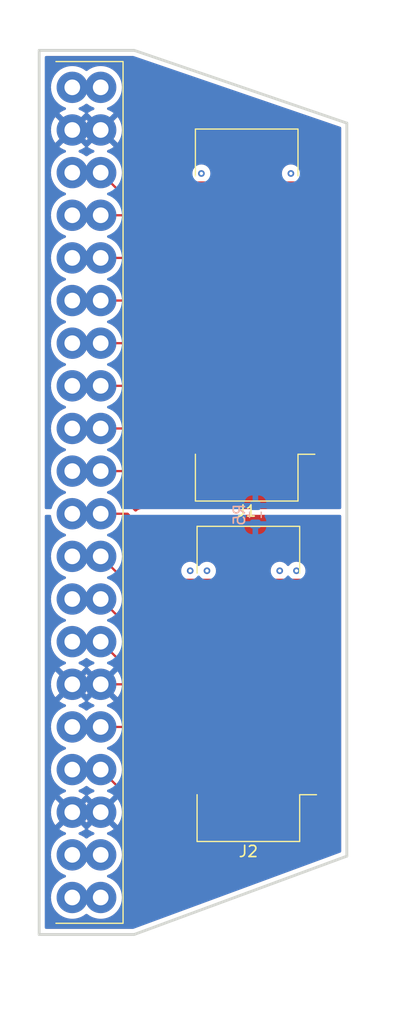
<source format=kicad_pcb>
(kicad_pcb (version 20240108) (generator "pcbnew") (generator_version "8.0")
  (layers (0 "F.Cu" signal) (31 "B.Cu" signal) (34 "B.Paste" user) (35 "F.Paste" user) (36 "B.SilkS" user "B.Silkscreen") (37 "F.SilkS" user "F.Silkscreen") (38 "B.Mask" user) (39 "F.Mask" user) (44 "Edge.Cuts" user))
  (net 0 "")
  (net 1 "DIO13")
  (net 2 "DIO1")
  (net 3 "DIO4")
  (net 4 "DIO2")
  (net 5 "DIO10")
  (net 6 "DIO7")
  (net 7 "DIO0")
  (net 8 "DIO14")
  (net 9 "DIO6")
  (net 10 "DIO3")
  (net 11 "+5V")
  (net 12 "DIO11")
  (net 13 "GNDD")
  (net 14 "DIO9")
  (net 15 "DIO15")
  (net 16 "DIO8")
  (net 17 "DIO12")
  (net 18 "DIO5")
  (net 19 "GNDA")
  (net 20 "Res2")
  (net 21 "AI1+")
  (net 22 "Res1")
  (net 23 "AI0-")
  (net 24 "Res0")
  (net 25 "AI0+")
  (net 26 "AO0")
  (net 27 "Res3")
  (net 28 "AO1")
  (net 29 "AI1-")
  (footprint "Connector_IDC:IDC-Header_2x10_P2.54mm_Vertical_SMD" (layer "F.Cu") (at 103.55 58.65 180)
    (property "Reference" "J1" (at 0 -17.51 180) (layer "F.SilkS"))
    (property "Value" "Conn_02x10_Odd_Even")
    (fp_line (start 4.585 16.62) (end 4.585 12.44) (stroke (width 0.12)) (layer "F.SilkS"))
    (fp_line (start 4.585 -16.62) (end 4.585 -12.44) (stroke (width 0.12)) (layer "F.SilkS"))
    (fp_line (start -4.585 16.62) (end 4.585 16.62) (stroke (width 0.12)) (layer "F.SilkS"))
    (fp_line (start -4.585 12.44) (end -4.585 16.62) (stroke (width 0.12)) (layer "F.SilkS"))
    (fp_line (start -4.585 -12.44) (end -4.585 -16.62) (stroke (width 0.12)) (layer "F.SilkS"))
    (fp_line (start -4.585 -12.44) (end -6.085 -12.44) (stroke (width 0.12)) (layer "F.SilkS"))
    (fp_line (start -4.585 -16.62) (end 4.585 -16.62) (stroke (width 0.12)) (layer "F.SilkS"))
    (pad "1" smd roundrect (at -3.8 -11.43 180) (size 5 1.02) (layers "F.Cu" "F.Paste" "F.Mask") (net 11 "+5V"))
    (pad "2" smd roundrect (at 3.8 -11.43 180) (size 5 1.02) (layers "F.Cu" "F.Paste" "F.Mask") (net 11 "+5V"))
    (pad "3" smd roundrect (at -3.8 -8.89 180) (size 5 1.02) (layers "F.Cu" "F.Paste" "F.Mask") (net 7 "DIO0"))
    (pad "4" smd roundrect (at 3.8 -8.89 180) (size 5 1.02) (layers "F.Cu" "F.Paste" "F.Mask") (net 16 "DIO8"))
    (pad "5" smd roundrect (at -3.8 -6.35 180) (size 5 1.02) (layers "F.Cu" "F.Paste" "F.Mask") (net 2 "DIO1"))
    (pad "6" smd roundrect (at 3.8 -6.35 180) (size 5 1.02) (layers "F.Cu" "F.Paste" "F.Mask") (net 14 "DIO9"))
    (pad "7" smd roundrect (at -3.8 -3.81 180) (size 5 1.02) (layers "F.Cu" "F.Paste" "F.Mask") (net 4 "DIO2"))
    (pad "8" smd roundrect (at 3.8 -3.81 180) (size 5 1.02) (layers "F.Cu" "F.Paste" "F.Mask") (net 5 "DIO10"))
    (pad "9" smd roundrect (at -3.8 -1.27 180) (size 5 1.02) (layers "F.Cu" "F.Paste" "F.Mask") (net 10 "DIO3"))
    (pad "10" smd roundrect (at 3.8 -1.27 180) (size 5 1.02) (layers "F.Cu" "F.Paste" "F.Mask") (net 12 "DIO11"))
    (pad "11" smd roundrect (at -3.8 1.27 180) (size 5 1.02) (layers "F.Cu" "F.Paste" "F.Mask") (net 3 "DIO4"))
    (pad "12" smd roundrect (at 3.8 1.27 180) (size 5 1.02) (layers "F.Cu" "F.Paste" "F.Mask") (net 17 "DIO12"))
    (pad "13" smd roundrect (at -3.8 3.81 180) (size 5 1.02) (layers "F.Cu" "F.Paste" "F.Mask") (net 18 "DIO5"))
    (pad "14" smd roundrect (at 3.8 3.81 180) (size 5 1.02) (layers "F.Cu" "F.Paste" "F.Mask") (net 1 "DIO13"))
    (pad "15" smd roundrect (at -3.8 6.35 180) (size 5 1.02) (layers "F.Cu" "F.Paste" "F.Mask") (net 9 "DIO6"))
    (pad "16" smd roundrect (at 3.8 6.35 180) (size 5 1.02) (layers "F.Cu" "F.Paste" "F.Mask") (net 8 "DIO14"))
    (pad "17" smd roundrect (at -3.8 8.89 180) (size 5 1.02) (layers "F.Cu" "F.Paste" "F.Mask") (net 6 "DIO7"))
    (pad "18" smd roundrect (at 3.8 8.89 180) (size 5 1.02) (layers "F.Cu" "F.Paste" "F.Mask") (net 15 "DIO15"))
    (pad "19" smd roundrect (at -3.8 11.43 180) (size 5 1.02) (layers "F.Cu" "F.Paste" "F.Mask") (net 13 "GNDD"))
    (pad "20" smd roundrect (at 3.8 11.43 180) (size 5 1.02) (layers "F.Cu" "F.Paste" "F.Mask") (net 13 "GNDD"))
  )
  (footprint "Connector_IDC:IDC-Header_2x08_P2.54mm_Vertical_SMD" (layer "F.Cu") (at 103.7 91.61 180)
    (property "Reference" "J2" (at 0 -14.97 180) (layer "F.SilkS"))
    (property "Value" "Conn_02x08_Odd_Even")
    (fp_line (start 4.585 14.08) (end 4.585 9.9) (stroke (width 0.12)) (layer "F.SilkS"))
    (fp_line (start 4.585 -14.08) (end 4.585 -9.9) (stroke (width 0.12)) (layer "F.SilkS"))
    (fp_line (start -4.585 14.08) (end 4.585 14.08) (stroke (width 0.12)) (layer "F.SilkS"))
    (fp_line (start -4.585 9.9) (end -4.585 14.08) (stroke (width 0.12)) (layer "F.SilkS"))
    (fp_line (start -4.585 -9.9) (end -4.585 -14.08) (stroke (width 0.12)) (layer "F.SilkS"))
    (fp_line (start -4.585 -9.9) (end -6.085 -9.9) (stroke (width 0.12)) (layer "F.SilkS"))
    (fp_line (start -4.585 -14.08) (end 4.585 -14.08) (stroke (width 0.12)) (layer "F.SilkS"))
    (pad "1" smd roundrect (at -3.8 -8.89 180) (size 5 1.02) (layers "F.Cu" "F.Paste" "F.Mask") (net 26 "AO0"))
    (pad "2" smd roundrect (at 3.8 -8.89 180) (size 5 1.02) (layers "F.Cu" "F.Paste" "F.Mask") (net 28 "AO1"))
    (pad "3" smd roundrect (at -3.8 -6.35 180) (size 5 1.02) (layers "F.Cu" "F.Paste" "F.Mask") (net 19 "GNDA"))
    (pad "4" smd roundrect (at 3.8 -6.35 180) (size 5 1.02) (layers "F.Cu" "F.Paste" "F.Mask") (net 19 "GNDA"))
    (pad "5" smd roundrect (at -3.8 -3.81 180) (size 5 1.02) (layers "F.Cu" "F.Paste" "F.Mask") (net 24 "Res0"))
    (pad "6" smd roundrect (at 3.8 -3.81 180) (size 5 1.02) (layers "F.Cu" "F.Paste" "F.Mask") (net 20 "Res2"))
    (pad "7" smd roundrect (at -3.8 -1.27 180) (size 5 1.02) (layers "F.Cu" "F.Paste" "F.Mask") (net 22 "Res1"))
    (pad "8" smd roundrect (at 3.8 -1.27 180) (size 5 1.02) (layers "F.Cu" "F.Paste" "F.Mask") (net 27 "Res3"))
    (pad "9" smd roundrect (at -3.8 1.27 180) (size 5 1.02) (layers "F.Cu" "F.Paste" "F.Mask") (net 23 "AI0-"))
    (pad "10" smd roundrect (at 3.8 1.27 180) (size 5 1.02) (layers "F.Cu" "F.Paste" "F.Mask") (net 25 "AI0+"))
    (pad "11" smd roundrect (at -3.8 3.81 180) (size 5 1.02) (layers "F.Cu" "F.Paste" "F.Mask") (net 19 "GNDA"))
    (pad "12" smd roundrect (at 3.8 3.81 180) (size 5 1.02) (layers "F.Cu" "F.Paste" "F.Mask") (net 19 "GNDA"))
    (pad "13" smd roundrect (at -3.8 6.35 180) (size 5 1.02) (layers "F.Cu" "F.Paste" "F.Mask") (net 29 "AI1-"))
    (pad "14" smd roundrect (at 3.8 6.35 180) (size 5 1.02) (layers "F.Cu" "F.Paste" "F.Mask") (net 21 "AI1+"))
    (pad "15" smd roundrect (at -3.8 8.89 180) (size 5 1.02) (layers "F.Cu" "F.Paste" "F.Mask") (net 19 "GNDA"))
    (pad "16" smd roundrect (at 3.8 8.89 180) (size 5 1.02) (layers "F.Cu" "F.Paste" "F.Mask") (net 19 "GNDA"))
  )
  (footprint "Techbeard:OSTV7203151" (layer "F.Cu") (at 90.5 74.5 90)
    (property "Reference" "J4" (hide yes))
    (property "Value" "Conn_01x20_Pin" (hide yes))
    (fp_line (start 38.5 2) (end 38.5 -4) (stroke (width 0.12)) (layer "F.SilkS"))
    (fp_line (start -38.5 2) (end -38.5 -4) (stroke (width 0.12)) (layer "F.SilkS"))
    (fp_line (start -38.5 2) (end 38.5 2) (stroke (width 0.12)) (layer "F.SilkS"))
    (pad "1" thru_hole circle (at -36.195 -2.54 90) (size 2.8 2.8) (drill 1.4) (layers "*.Cu" "*.Mask"))
    (pad "1" thru_hole circle (at -36.195 0 90) (size 2.8 2.8) (drill 1.4) (layers "*.Cu" "*.Mask"))
    (pad "2" thru_hole circle (at -32.385 -2.54 90) (size 2.8 2.8) (drill 1.4) (layers "*.Cu" "*.Mask"))
    (pad "2" thru_hole circle (at -32.385 0 90) (size 2.8 2.8) (drill 1.4) (layers "*.Cu" "*.Mask"))
    (pad "3" thru_hole circle (at -28.575 -2.54 90) (size 2.8 2.8) (drill 1.4) (layers "*.Cu" "*.Mask") (net 19 "GNDA"))
    (pad "3" thru_hole circle (at -28.575 0 90) (size 2.8 2.8) (drill 1.4) (layers "*.Cu" "*.Mask") (net 19 "GNDA"))
    (pad "4" thru_hole circle (at -24.765 -2.54 90) (size 2.8 2.8) (drill 1.4) (layers "*.Cu" "*.Mask") (net 26 "AO0"))
    (pad "4" thru_hole circle (at -24.765 0 90) (size 2.8 2.8) (drill 1.4) (layers "*.Cu" "*.Mask") (net 26 "AO0"))
    (pad "5" thru_hole circle (at -20.955 -2.54 90) (size 2.8 2.8) (drill 1.4) (layers "*.Cu" "*.Mask") (net 28 "AO1"))
    (pad "5" thru_hole circle (at -20.955 0 90) (size 2.8 2.8) (drill 1.4) (layers "*.Cu" "*.Mask") (net 28 "AO1"))
    (pad "6" thru_hole circle (at -17.145 -2.54 90) (size 2.8 2.8) (drill 1.4) (layers "*.Cu" "*.Mask") (net 19 "GNDA"))
    (pad "6" thru_hole circle (at -17.145 0 90) (size 2.8 2.8) (drill 1.4) (layers "*.Cu" "*.Mask") (net 19 "GNDA"))
    (pad "7" thru_hole circle (at -13.335 -2.54 90) (size 2.8 2.8) (drill 1.4) (layers "*.Cu" "*.Mask") (net 25 "AI0+"))
    (pad "7" thru_hole circle (at -13.335 0 90) (size 2.8 2.8) (drill 1.4) (layers "*.Cu" "*.Mask") (net 25 "AI0+"))
    (pad "8" thru_hole circle (at -9.525 -2.54 90) (size 2.8 2.8) (drill 1.4) (layers "*.Cu" "*.Mask") (net 23 "AI0-"))
    (pad "8" thru_hole circle (at -9.525 0 90) (size 2.8 2.8) (drill 1.4) (layers "*.Cu" "*.Mask") (net 23 "AI0-"))
    (pad "9" thru_hole circle (at -5.715 -2.54 90) (size 2.8 2.8) (drill 1.4) (layers "*.Cu" "*.Mask") (net 29 "AI1-"))
    (pad "9" thru_hole circle (at -5.715 0 90) (size 2.8 2.8) (drill 1.4) (layers "*.Cu" "*.Mask") (net 29 "AI1-"))
    (pad "10" thru_hole circle (at -1.905 -2.54 90) (size 2.8 2.8) (drill 1.4) (layers "*.Cu" "*.Mask") (net 21 "AI1+"))
    (pad "10" thru_hole circle (at -1.905 0 90) (size 2.8 2.8) (drill 1.4) (layers "*.Cu" "*.Mask") (net 21 "AI1+"))
    (pad "11" thru_hole circle (at 1.905 -2.54 90) (size 2.8 2.8) (drill 1.4) (layers "*.Cu" "*.Mask") (net 7 "DIO0"))
    (pad "11" thru_hole circle (at 1.905 0 90) (size 2.8 2.8) (drill 1.4) (layers "*.Cu" "*.Mask") (net 7 "DIO0"))
    (pad "12" thru_hole circle (at 5.715 -2.54 90) (size 2.8 2.8) (drill 1.4) (layers "*.Cu" "*.Mask") (net 2 "DIO1"))
    (pad "12" thru_hole circle (at 5.715 0 90) (size 2.8 2.8) (drill 1.4) (layers "*.Cu" "*.Mask") (net 2 "DIO1"))
    (pad "13" thru_hole circle (at 9.525 -2.54 90) (size 2.8 2.8) (drill 1.4) (layers "*.Cu" "*.Mask") (net 4 "DIO2"))
    (pad "13" thru_hole circle (at 9.525 0 90) (size 2.8 2.8) (drill 1.4) (layers "*.Cu" "*.Mask") (net 4 "DIO2"))
    (pad "14" thru_hole circle (at 13.335 -2.54 90) (size 2.8 2.8) (drill 1.4) (layers "*.Cu" "*.Mask") (net 10 "DIO3"))
    (pad "14" thru_hole circle (at 13.335 0 90) (size 2.8 2.8) (drill 1.4) (layers "*.Cu" "*.Mask") (net 10 "DIO3"))
    (pad "15" thru_hole circle (at 17.145 -2.54 90) (size 2.8 2.8) (drill 1.4) (layers "*.Cu" "*.Mask") (net 3 "DIO4"))
    (pad "15" thru_hole circle (at 17.145 0 90) (size 2.8 2.8) (drill 1.4) (layers "*.Cu" "*.Mask") (net 3 "DIO4"))
    (pad "16" thru_hole circle (at 20.955 -2.54 90) (size 2.8 2.8) (drill 1.4) (layers "*.Cu" "*.Mask") (net 18 "DIO5"))
    (pad "16" thru_hole circle (at 20.955 0 90) (size 2.8 2.8) (drill 1.4) (layers "*.Cu" "*.Mask") (net 18 "DIO5"))
    (pad "17" thru_hole circle (at 24.765 -2.54 90) (size 2.8 2.8) (drill 1.4) (layers "*.Cu" "*.Mask") (net 9 "DIO6"))
    (pad "17" thru_hole circle (at 24.765 0 90) (size 2.8 2.8) (drill 1.4) (layers "*.Cu" "*.Mask") (net 9 "DIO6"))
    (pad "18" thru_hole circle (at 28.575 -2.54 90) (size 2.8 2.8) (drill 1.4) (layers "*.Cu" "*.Mask") (net 6 "DIO7"))
    (pad "18" thru_hole circle (at 28.575 0 90) (size 2.8 2.8) (drill 1.4) (layers "*.Cu" "*.Mask") (net 6 "DIO7"))
    (pad "19" thru_hole circle (at 32.385 -2.54 90) (size 2.8 2.8) (drill 1.4) (layers "*.Cu" "*.Mask") (net 13 "GNDD"))
    (pad "19" thru_hole circle (at 32.385 0 90) (size 2.8 2.8) (drill 1.4) (layers "*.Cu" "*.Mask") (net 13 "GNDD"))
    (pad "20" thru_hole circle (at 36.195 -2.54 90) (size 2.8 2.8) (drill 1.4) (layers "*.Cu" "*.Mask"))
    (pad "20" thru_hole circle (at 36.195 0 90) (size 2.8 2.8) (drill 1.4) (layers "*.Cu" "*.Mask"))
  )
  (footprint "Resistor_SMD:R_0603_1608Metric" (layer "B.Cu") (at 104.325 76.5 -90)
    (property "Reference" "R5" (at 0 1.43 90) (layer "B.SilkS") (effects (justify mirror)))
    (property "Value" "R")
    (fp_line (start 0.237258 0.5225) (end -0.237258 0.5225) (stroke (width 0.12)) (layer "B.SilkS"))
    (fp_line (start 0.237258 -0.5225) (end -0.237258 -0.5225) (stroke (width 0.12)) (layer "B.SilkS"))
    (pad "1" smd roundrect (at -0.825 0 270) (size 0.8 0.95) (layers "B.Cu" "B.Paste" "B.Mask") (net 13 "GNDD"))
    (pad "2" smd roundrect (at 0.825 0 270) (size 0.8 0.95) (layers "B.Cu" "B.Paste" "B.Mask") (net 19 "GNDA"))
  )
  (gr_line (start 85 114) (end 93.5 114) (stroke (width 0.254)) (layer "Edge.Cuts"))
  (gr_line (start 85 35) (end 93.5 35) (stroke (width 0.254)) (layer "Edge.Cuts"))
  (gr_line (start 112.5 56) (end 112.5 107) (stroke (width 0.254)) (layer "Edge.Cuts"))
  (gr_line (start 93.5 35) (end 112.5 41.5) (stroke (width 0.254)) (layer "Edge.Cuts"))
  (gr_line (start 112.5 50.5) (end 112.5 56) (stroke (width 0.254)) (layer "Edge.Cuts"))
  (gr_line (start 85 114) (end 85 35) (stroke (width 0.254)) (layer "Edge.Cuts"))
  (gr_line (start 112.5 41.5) (end 112.5 50.5) (stroke (width 0.254)) (layer "Edge.Cuts"))
  (gr_line (start 93.5 114) (end 112.5 107) (stroke (width 0.254)) (layer "Edge.Cuts"))
  (via (at 107.5 46) (size 0.6) (drill 0.3) (layers "F.Cu" "B.Cu") (net 0))
  (via (at 100 81.5) (size 0.6) (drill 0.3) (layers "F.Cu" "B.Cu") (net 0))
  (via (at 108 81.5) (size 0.6) (drill 0.3) (layers "F.Cu" "B.Cu") (net 0))
  (via (at 98.5 81.5) (size 0.6) (drill 0.3) (layers "F.Cu" "B.Cu") (net 0))
  (via (at 106.5 81.5) (size 0.6) (drill 0.3) (layers "F.Cu" "B.Cu") (net 0))
  (via (at 99.5 46) (size 0.6) (drill 0.3) (layers "F.Cu" "B.Cu") (net 0))
  (segment (start 104 66.5) (end 105.5 65) (width 0.2) (layer "F.Cu") (net 2))
  (segment (start 96.5 66.5) (end 104 66.5) (width 0.2) (layer "F.Cu") (net 2))
  (segment (start 90.5 68.785) (end 94.215 68.785) (width 0.2) (layer "F.Cu") (net 2))
  (segment (start 94.215 68.785) (end 96.5 66.5) (width 0.2) (layer "F.Cu") (net 2))
  (segment (start 87.96 68.785) (end 90.5 68.785) (width 0.2) (layer "F.Cu") (net 2))
  (segment (start 105.5 65) (end 107.35 65) (width 0.2) (layer "F.Cu") (net 2))
  (segment (start 87.96 57.355) (end 90.5 57.355) (width 0.2) (layer "F.Cu") (net 3))
  (segment (start 105.38 57.38) (end 107.35 57.38) (width 0.2) (layer "F.Cu") (net 3))
  (segment (start 94.5 56) (end 104 56) (width 0.2) (layer "F.Cu") (net 3))
  (segment (start 90.5 57.355) (end 93.145 57.355) (width 0.2) (layer "F.Cu") (net 3))
  (segment (start 93.145 57.355) (end 94.5 56) (width 0.2) (layer "F.Cu") (net 3))
  (segment (start 104 56) (end 105.38 57.38) (width 0.2) (layer "F.Cu") (net 3))
  (segment (start 96.73 63.27) (end 106.54 63.27) (width 0.2) (layer "F.Cu") (net 4))
  (segment (start 95 64.5) (end 95.5 64.5) (width 0.2) (layer "F.Cu") (net 4))
  (segment (start 94.525 64.975) (end 95 64.5) (width 0.2) (layer "F.Cu") (net 4))
  (segment (start 87.96 64.975) (end 94.525 64.975) (width 0.2) (layer "F.Cu") (net 4))
  (segment (start 95.5 64.5) (end 96.73 63.27) (width 0.2) (layer "F.Cu") (net 4))
  (segment (start 106.54 63.27) (end 107.35 62.46) (width 0.2) (layer "F.Cu") (net 4))
  (segment (start 87.96 45.925) (end 90.5 45.925) (width 0.2) (layer "F.Cu") (net 6))
  (segment (start 105.26 49.76) (end 107.35 49.76) (width 0.2) (layer "F.Cu") (net 6))
  (segment (start 90.5 45.925) (end 93.075 48.5) (width 0.2) (layer "F.Cu") (net 6))
  (segment (start 93.075 48.5) (end 104 48.5) (width 0.2) (layer "F.Cu") (net 6))
  (segment (start 104 48.5) (end 105.26 49.76) (width 0.2) (layer "F.Cu") (net 6))
  (segment (start 105.46 67.54) (end 107.35 67.54) (width 0.2) (layer "F.Cu") (net 7))
  (segment (start 96.5 69) (end 104 69) (width 0.2) (layer "F.Cu") (net 7))
  (segment (start 87.96 72.595) (end 90.5 72.595) (width 0.2) (layer "F.Cu") (net 7))
  (segment (start 92.905 72.595) (end 96.5 69) (width 0.2) (layer "F.Cu") (net 7))
  (segment (start 104 69) (end 105.46 67.54) (width 0.2) (layer "F.Cu") (net 7))
  (segment (start 90.5 72.595) (end 92.905 72.595) (width 0.2) (layer "F.Cu") (net 7))
  (segment (start 96.5 51) (end 104 51) (width 0.2) (layer "F.Cu") (net 9))
  (segment (start 104 51) (end 105.3 52.3) (width 0.2) (layer "F.Cu") (net 9))
  (segment (start 95.235 49.735) (end 96.5 51) (width 0.2) (layer "F.Cu") (net 9))
  (segment (start 90.5 49.735) (end 95.235 49.735) (width 0.2) (layer "F.Cu") (net 9))
  (segment (start 87.96 49.735) (end 90.5 49.735) (width 0.2) (layer "F.Cu") (net 9))
  (segment (start 105.3 52.3) (end 107.35 52.3) (width 0.2) (layer "F.Cu") (net 9))
  (segment (start 106.105 61.165) (end 107.35 59.92) (width 0.2) (layer "F.Cu") (net 10))
  (segment (start 87.96 61.165) (end 106.105 61.165) (width 0.2) (layer "F.Cu") (net 10))
  (segment (start 99.75 70.08) (end 107.35 70.08) (width 0.2) (layer "F.Cu") (net 11))
  (segment (start 87.96 42.115) (end 90.615 42.115) (width 0.2) (layer "F.Cu") (net 13))
  (segment (start 99.75 47.22) (end 107.35 47.22) (width 0.2) (layer "F.Cu") (net 13))
  (segment (start 95.72 47.22) (end 99.75 47.22) (width 0.2) (layer "F.Cu") (net 13))
  (segment (start 90.615 42.115) (end 95.72 47.22) (width 0.2) (layer "F.Cu") (net 13))
  (segment (start 87.96 53.545) (end 90.5 53.545) (width 0.2) (layer "F.Cu") (net 18))
  (segment (start 104.045 53.545) (end 105.34 54.84) (width 0.2) (layer "F.Cu") (net 18))
  (segment (start 105.34 54.84) (end 107.35 54.84) (width 0.2) (layer "F.Cu") (net 18))
  (segment (start 90.5 53.545) (end 104.045 53.545) (width 0.2) (layer "F.Cu") (net 18))
  (segment (start 111.5 99.791954) (end 111.5 96) (width 0.2) (layer "F.Cu") (net 19))
  (segment (start 91.925 104.5) (end 106.791954 104.5) (width 0.2) (layer "F.Cu") (net 19))
  (segment (start 90.5 91.645) (end 87.96 91.645) (width 0.2) (layer "F.Cu") (net 19))
  (segment (start 110.855 91.645) (end 111.5 91) (width 0.2) (layer "F.Cu") (net 19))
  (segment (start 107.5 87.8) (end 110.2 87.8) (width 0.2) (layer "F.Cu") (net 19))
  (segment (start 99.9 87.8) (end 107.5 87.8) (width 0.2) (layer "F.Cu") (net 19))
  (segment (start 111.5 96.5) (end 111.5 96) (width 0.2) (layer "F.Cu") (net 19))
  (segment (start 111.5 86.5) (end 111.5 83.5) (width 0.2) (layer "F.Cu") (net 19))
  (segment (start 110.2 87.8) (end 111.5 86.5) (width 0.2) (layer "F.Cu") (net 19))
  (segment (start 99.9 97.96) (end 107.5 97.96) (width 0.2) (layer "F.Cu") (net 19))
  (segment (start 107.5 97.96) (end 110.04 97.96) (width 0.2) (layer "F.Cu") (net 19))
  (segment (start 110.72 82.72) (end 107.5 82.72) (width 0.2) (layer "F.Cu") (net 19))
  (segment (start 111.5 83.5) (end 110.72 82.72) (width 0.2) (layer "F.Cu") (net 19))
  (segment (start 99.9 82.72) (end 107.5 82.72) (width 0.2) (layer "F.Cu") (net 19))
  (segment (start 90.5 91.645) (end 110.855 91.645) (width 0.2) (layer "F.Cu") (net 19))
  (segment (start 110.04 97.96) (end 111.5 96.5) (width 0.2) (layer "F.Cu") (net 19))
  (segment (start 111.5 91) (end 111.5 86.5) (width 0.2) (layer "F.Cu") (net 19))
  (segment (start 111.5 96) (end 111.5 91) (width 0.2) (layer "F.Cu") (net 19))
  (segment (start 90.5 103.075) (end 91.925 104.5) (width 0.2) (layer "F.Cu") (net 19))
  (segment (start 87.96 103.075) (end 90.5 103.075) (width 0.2) (layer "F.Cu") (net 19))
  (segment (start 106.791954 104.5) (end 111.5 99.791954) (width 0.2) (layer "F.Cu") (net 19))
  (segment (start 90.5 76.405) (end 92.905 76.405) (width 0.2) (layer "F.Cu") (net 21))
  (segment (start 87.96 76.405) (end 90.5 76.405) (width 0.2) (layer "F.Cu") (net 21))
  (segment (start 92.905 76.405) (end 95.5 79) (width 0.2) (layer "F.Cu") (net 21))
  (segment (start 97.76 85.26) (end 99.9 85.26) (width 0.2) (layer "F.Cu") (net 21))
  (segment (start 95.5 83) (end 97.76 85.26) (width 0.2) (layer "F.Cu") (net 21))
  (segment (start 95.5 79) (end 95.5 83) (width 0.2) (layer "F.Cu") (net 21))
  (segment (start 106.16 89) (end 107.5 90.34) (width 0.2) (layer "F.Cu") (net 23))
  (segment (start 87.96 84.025) (end 90.5 84.025) (width 0.2) (layer "F.Cu") (net 23))
  (segment (start 90.5 84.025) (end 95.475 89) (width 0.2) (layer "F.Cu") (net 23))
  (segment (start 95.475 89) (end 106.16 89) (width 0.2) (layer "F.Cu") (net 23))
  (segment (start 90.5 87.835) (end 93.005 90.34) (width 0.2) (layer "F.Cu") (net 25))
  (segment (start 87.96 87.835) (end 90.5 87.835) (width 0.2) (layer "F.Cu") (net 25))
  (segment (start 93.005 90.34) (end 99.9 90.34) (width 0.2) (layer "F.Cu") (net 25))
  (segment (start 105.5 102.5) (end 107.5 100.5) (width 0.2) (layer "F.Cu") (net 26))
  (segment (start 90.5 99.265) (end 93.735 102.5) (width 0.2) (layer "F.Cu") (net 26))
  (segment (start 93.735 102.5) (end 105.5 102.5) (width 0.2) (layer "F.Cu") (net 26))
  (segment (start 95 96.5) (end 95 99) (width 0.2) (layer "F.Cu") (net 28))
  (segment (start 93.955 95.455) (end 95 96.5) (width 0.2) (layer "F.Cu") (net 28))
  (segment (start 99.9 100.5) (end 96.5 100.5) (width 0.2) (layer "F.Cu") (net 28))
  (segment (start 90.5 95.455) (end 93.955 95.455) (width 0.2) (layer "F.Cu") (net 28))
  (segment (start 95 99) (end 96.5 100.5) (width 0.2) (layer "F.Cu") (net 28))
  (segment (start 106.26 86.5) (end 107.5 85.26) (width 0.2) (layer "F.Cu") (net 29))
  (segment (start 96.785 86.5) (end 106.26 86.5) (width 0.2) (layer "F.Cu") (net 29))
  (segment (start 87.96 80.215) (end 90.5 80.215) (width 0.2) (layer "F.Cu") (net 29))
  (segment (start 90.5 80.215) (end 96.785 86.5) (width 0.2) (layer "F.Cu") (net 29))
  (zone (net 19) (net_name "GNDA") (layers "F&B.Cu") (priority 2) (connect_pads (clearance 0.5)) (min_thickness 0.25) (fill yes (thermal_gap 0.5) (thermal_bridge_width 0.5))
    (polygon (pts (xy 84.5 76.5) (xy 116.5 76.5) (xy 117 122) (xy 82 122) (xy 82.5 76)))
  )
  (zone (net 13) (net_name "GNDD") (layers "F&B.Cu") (connect_pads (clearance 0.5)) (min_thickness 0.25) (fill yes (thermal_gap 0.5) (thermal_bridge_width 0.5))
    (polygon (pts (xy 84 31) (xy 116 31) (xy 116.5 76.5) (xy 81.5 76.5) (xy 82 30.5)))
  )
)
</source>
